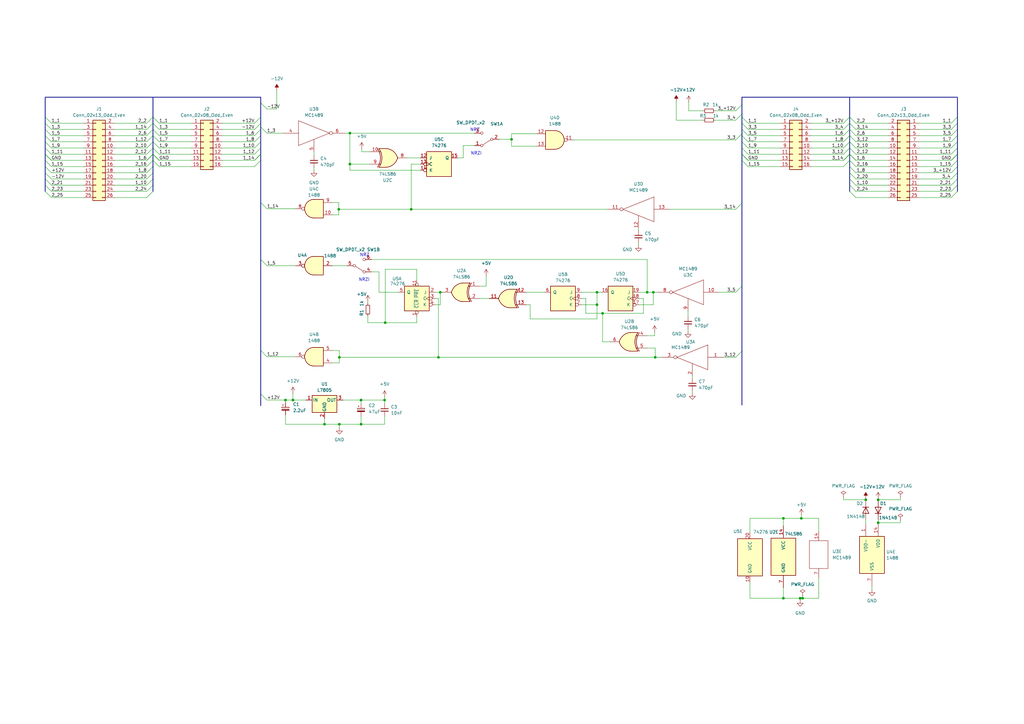
<source format=kicad_sch>
(kicad_sch
	(version 20231120)
	(generator "eeschema")
	(generator_version "8.0")
	(uuid "38f9d4dd-a691-4a6d-ab32-d870678a13e7")
	(paper "A3")
	(title_block
		(title "DataBoard 5048")
		(date "2023-10-11")
		(rev "1.01")
		(company "SweProj")
	)
	
	(junction
		(at 179.832 146.558)
		(diameter 0)
		(color 0 0 0 0)
		(uuid "05d76111-33fa-4efa-9f5c-f0444141185c")
	)
	(junction
		(at 148.082 173.99)
		(diameter 0)
		(color 0 0 0 0)
		(uuid "23884530-4578-4129-97c2-ca27d3dc0ea8")
	)
	(junction
		(at 244.856 119.888)
		(diameter 0)
		(color 0 0 0 0)
		(uuid "2978997a-fff6-43fc-95cd-76faa2b71cc6")
	)
	(junction
		(at 143.51 67.31)
		(diameter 0)
		(color 0 0 0 0)
		(uuid "2d9249b0-a5b0-4c27-98da-1473272c40c5")
	)
	(junction
		(at 117.094 164.084)
		(diameter 0)
		(color 0 0 0 0)
		(uuid "324d26e1-b966-4e4b-8448-62f4d7905ee1")
	)
	(junction
		(at 360.172 214.376)
		(diameter 0)
		(color 0 0 0 0)
		(uuid "39175905-43aa-4917-b231-aec47f9b5988")
	)
	(junction
		(at 139.192 173.99)
		(diameter 0)
		(color 0 0 0 0)
		(uuid "48dab5d8-1795-4f4f-bb2f-66b9f9366cea")
	)
	(junction
		(at 168.656 85.852)
		(diameter 0)
		(color 0 0 0 0)
		(uuid "4a938f0b-30c6-4bae-82de-daf75c42f9d5")
	)
	(junction
		(at 133.096 173.99)
		(diameter 0)
		(color 0 0 0 0)
		(uuid "55f8b612-5ab2-44fc-9a22-eb5ed05b32f8")
	)
	(junction
		(at 268.732 146.558)
		(diameter 0)
		(color 0 0 0 0)
		(uuid "57bbe5cd-e64c-499a-ba9d-a01509d08987")
	)
	(junction
		(at 328.676 212.598)
		(diameter 0)
		(color 0 0 0 0)
		(uuid "5b28bbf6-32a9-41cd-99fb-c4a31a8a68ed")
	)
	(junction
		(at 143.51 54.61)
		(diameter 0)
		(color 0 0 0 0)
		(uuid "5ca8a22b-6fd2-404e-bcab-ec5c06ed9c3b")
	)
	(junction
		(at 247.142 128.524)
		(diameter 0)
		(color 0 0 0 0)
		(uuid "6f3219fd-f649-42d0-97ab-74769c94cdc7")
	)
	(junction
		(at 265.43 119.888)
		(diameter 0)
		(color 0 0 0 0)
		(uuid "706704a4-19a1-4d17-9b54-685d08b264c4")
	)
	(junction
		(at 321.31 212.598)
		(diameter 0)
		(color 0 0 0 0)
		(uuid "70c793ac-0d79-49fa-ae32-e0fb6588d87d")
	)
	(junction
		(at 120.142 164.084)
		(diameter 0)
		(color 0 0 0 0)
		(uuid "8d2c2e37-94c7-430e-ba99-b462113e51df")
	)
	(junction
		(at 139.192 146.558)
		(diameter 0)
		(color 0 0 0 0)
		(uuid "8f4625c2-389c-4051-b9c1-32373dc30d62")
	)
	(junction
		(at 355.092 204.978)
		(diameter 0)
		(color 0 0 0 0)
		(uuid "97d04301-8694-471d-9e7c-3e3a18866bb8")
	)
	(junction
		(at 148.082 164.084)
		(diameter 0)
		(color 0 0 0 0)
		(uuid "99727968-14b0-4da1-82e2-ecffb5bce417")
	)
	(junction
		(at 321.31 245.364)
		(diameter 0)
		(color 0 0 0 0)
		(uuid "9ee7b708-2e41-4465-90fa-ccb4a40ddc76")
	)
	(junction
		(at 329.184 245.364)
		(diameter 0)
		(color 0 0 0 0)
		(uuid "a2b3efb0-d6c8-4041-8208-98255e7c7742")
	)
	(junction
		(at 157.734 164.084)
		(diameter 0)
		(color 0 0 0 0)
		(uuid "a2de0c69-9815-4ba0-b52c-c35f21f24380")
	)
	(junction
		(at 138.938 85.852)
		(diameter 0)
		(color 0 0 0 0)
		(uuid "a3ab2c9f-b9a7-48ac-9370-bbbeead8db78")
	)
	(junction
		(at 244.856 124.968)
		(diameter 0)
		(color 0 0 0 0)
		(uuid "a462b7df-2950-4e1b-9875-970e6bbffe80")
	)
	(junction
		(at 209.804 57.15)
		(diameter 0)
		(color 0 0 0 0)
		(uuid "a768df95-e422-4b2f-8393-33968d43ddbf")
	)
	(junction
		(at 180.594 119.888)
		(diameter 0)
		(color 0 0 0 0)
		(uuid "b13e2425-78b4-4961-8e03-29b6a368d768")
	)
	(junction
		(at 267.97 119.888)
		(diameter 0)
		(color 0 0 0 0)
		(uuid "c0ed5088-f695-4ac8-9496-04d7880e04cf")
	)
	(junction
		(at 157.988 132.334)
		(diameter 0)
		(color 0 0 0 0)
		(uuid "c48ce42d-46a2-4577-a00d-10817f6979af")
	)
	(junction
		(at 328.168 245.364)
		(diameter 0)
		(color 0 0 0 0)
		(uuid "c86696ce-4b5e-4bc5-b790-785f24096fa2")
	)
	(junction
		(at 360.172 204.978)
		(diameter 0)
		(color 0 0 0 0)
		(uuid "fe94871f-6779-44f7-bb67-4b2e18e8f096")
	)
	(bus_entry
		(at 348.488 68.326)
		(size 2.54 2.54)
		(stroke
			(width 0)
			(type default)
		)
		(uuid "003d1fcb-faa5-4b91-ad75-a4287131da28")
	)
	(bus_entry
		(at 392.684 58.166)
		(size -2.54 2.54)
		(stroke
			(width 0)
			(type default)
		)
		(uuid "068442e6-1599-4fe0-8aff-f8ad879b3f7d")
	)
	(bus_entry
		(at 106.934 63.246)
		(size -2.54 2.54)
		(stroke
			(width 0)
			(type default)
		)
		(uuid "0697c22b-5e49-4640-896c-0b07e4e4a3d7")
	)
	(bus_entry
		(at 301.752 85.852)
		(size 2.54 -2.54)
		(stroke
			(width 0)
			(type default)
		)
		(uuid "116d8d11-9685-4b6a-b090-45b40dbbbc26")
	)
	(bus_entry
		(at 348.488 48.006)
		(size -2.54 2.54)
		(stroke
			(width 0)
			(type default)
		)
		(uuid "134874b9-01ab-4706-b3b6-0518c45121c6")
	)
	(bus_entry
		(at 106.934 106.426)
		(size 2.54 2.54)
		(stroke
			(width 0)
			(type default)
		)
		(uuid "1546b91c-7999-4c41-91ee-d491ddd0d4bd")
	)
	(bus_entry
		(at 304.292 63.246)
		(size 2.54 2.54)
		(stroke
			(width 0)
			(type default)
		)
		(uuid "1684f0dc-28a1-4b4e-9559-3e6b6e2e24be")
	)
	(bus_entry
		(at 62.738 63.246)
		(size -2.54 2.54)
		(stroke
			(width 0)
			(type default)
		)
		(uuid "16b66556-c5b9-42c2-bd54-4d9cf0e86fd1")
	)
	(bus_entry
		(at 62.738 53.086)
		(size -2.54 2.54)
		(stroke
			(width 0)
			(type default)
		)
		(uuid "1743a77c-a8df-4751-8496-498847022c3f")
	)
	(bus_entry
		(at 348.488 58.166)
		(size 2.54 2.54)
		(stroke
			(width 0)
			(type default)
		)
		(uuid "189babf7-04c1-400c-8a39-b46a1c9992d0")
	)
	(bus_entry
		(at 106.934 53.086)
		(size -2.54 2.54)
		(stroke
			(width 0)
			(type default)
		)
		(uuid "1936def7-5ee4-4485-b8f2-303b0062a271")
	)
	(bus_entry
		(at 301.752 45.466)
		(size 2.54 -2.54)
		(stroke
			(width 0)
			(type default)
		)
		(uuid "1e28fd74-5f24-4ec4-a46e-210bca3300d6")
	)
	(bus_entry
		(at 62.738 48.006)
		(size -2.54 2.54)
		(stroke
			(width 0)
			(type default)
		)
		(uuid "22ebca52-c1aa-4e08-8e6e-8ceea6456720")
	)
	(bus_entry
		(at 348.488 53.086)
		(size 2.54 2.54)
		(stroke
			(width 0)
			(type default)
		)
		(uuid "2386b93f-25db-428c-8f79-7574ef5ffd4b")
	)
	(bus_entry
		(at 18.542 70.866)
		(size 2.54 2.54)
		(stroke
			(width 0)
			(type default)
		)
		(uuid "2639e60e-3354-4976-aa03-239e09efb66a")
	)
	(bus_entry
		(at 106.934 83.058)
		(size 2.54 2.54)
		(stroke
			(width 0)
			(type default)
		)
		(uuid "2e4f6768-4c3f-49da-ad4f-6b0239c3125e")
	)
	(bus_entry
		(at 18.542 48.006)
		(size 2.54 2.54)
		(stroke
			(width 0)
			(type default)
		)
		(uuid "2ed92f30-84f0-4e07-b3f6-c53bb1a21926")
	)
	(bus_entry
		(at 62.738 58.166)
		(size 2.54 2.54)
		(stroke
			(width 0)
			(type default)
		)
		(uuid "2f450d73-0495-4a00-8708-3938f380d7c7")
	)
	(bus_entry
		(at 62.738 55.626)
		(size 2.54 2.54)
		(stroke
			(width 0)
			(type default)
		)
		(uuid "2fa29ada-9931-49a0-8940-e1b495004ec9")
	)
	(bus_entry
		(at 106.934 161.544)
		(size 2.54 2.54)
		(stroke
			(width 0)
			(type default)
		)
		(uuid "340af061-eb65-4171-a941-a879a81bef8d")
	)
	(bus_entry
		(at 304.292 58.166)
		(size 2.54 2.54)
		(stroke
			(width 0)
			(type default)
		)
		(uuid "36b66874-7f3c-47d1-b9c4-fcf3ebf99d52")
	)
	(bus_entry
		(at 348.488 78.486)
		(size 2.54 2.54)
		(stroke
			(width 0)
			(type default)
		)
		(uuid "37fd7600-3913-47c6-b4d5-e6c426949cf9")
	)
	(bus_entry
		(at 392.684 70.866)
		(size -2.54 2.54)
		(stroke
			(width 0)
			(type default)
		)
		(uuid "3b40cda5-3713-4c90-82cf-bf0e314716f4")
	)
	(bus_entry
		(at 106.934 143.764)
		(size 2.54 2.54)
		(stroke
			(width 0)
			(type default)
		)
		(uuid "3da4357e-5bc7-4168-8eb4-f9f76e887917")
	)
	(bus_entry
		(at 348.488 63.246)
		(size 2.54 2.54)
		(stroke
			(width 0)
			(type default)
		)
		(uuid "3f99e6b9-0c94-48c8-bf12-9aaf6b94db74")
	)
	(bus_entry
		(at 62.738 63.246)
		(size 2.54 2.54)
		(stroke
			(width 0)
			(type default)
		)
		(uuid "46d1f425-d7a5-4818-8d8e-e7bcdb5dc899")
	)
	(bus_entry
		(at 106.934 65.786)
		(size -2.54 2.54)
		(stroke
			(width 0)
			(type default)
		)
		(uuid "47eba0e9-b079-43f1-9cbe-7809ca63d490")
	)
	(bus_entry
		(at 348.488 73.406)
		(size 2.54 2.54)
		(stroke
			(width 0)
			(type default)
		)
		(uuid "49bbea0d-f22d-46e1-b222-05a65ed8065d")
	)
	(bus_entry
		(at 304.292 60.706)
		(size 2.54 2.54)
		(stroke
			(width 0)
			(type default)
		)
		(uuid "4f3094e8-57ee-4bc4-ae9e-f4e4a3b6e0b5")
	)
	(bus_entry
		(at 348.488 63.246)
		(size 2.54 2.54)
		(stroke
			(width 0)
			(type default)
		)
		(uuid "502d33d5-6ac0-40f7-bf9f-3866650c5301")
	)
	(bus_entry
		(at 18.542 63.246)
		(size 2.54 2.54)
		(stroke
			(width 0)
			(type default)
		)
		(uuid "50b3ad60-a93b-4d8e-a768-fae135b6a63f")
	)
	(bus_entry
		(at 106.934 60.706)
		(size -2.54 2.54)
		(stroke
			(width 0)
			(type default)
		)
		(uuid "514798bd-d36d-48c5-8e89-2e3b5bfafbcf")
	)
	(bus_entry
		(at 62.738 70.866)
		(size -2.54 2.54)
		(stroke
			(width 0)
			(type default)
		)
		(uuid "522977e6-d3d8-4cab-94c6-50adfc56f8eb")
	)
	(bus_entry
		(at 348.488 50.546)
		(size -2.54 2.54)
		(stroke
			(width 0)
			(type default)
		)
		(uuid "556ef87a-0866-4ea1-98ad-4f991a4adcac")
	)
	(bus_entry
		(at 18.542 75.946)
		(size 2.54 2.54)
		(stroke
			(width 0)
			(type default)
		)
		(uuid "56cb05f0-6e25-41ba-9045-45c58b9ba859")
	)
	(bus_entry
		(at 348.488 53.086)
		(size -2.54 2.54)
		(stroke
			(width 0)
			(type default)
		)
		(uuid "5ecd772f-a8d8-45ef-82dd-5cde2a128c5e")
	)
	(bus_entry
		(at 392.684 53.086)
		(size -2.54 2.54)
		(stroke
			(width 0)
			(type default)
		)
		(uuid "5f19d8a5-37cd-4f76-a8cc-3e602b4ae33a")
	)
	(bus_entry
		(at 62.738 68.326)
		(size -2.54 2.54)
		(stroke
			(width 0)
			(type default)
		)
		(uuid "5fe95144-062d-4d27-8043-35ee7d9a36ed")
	)
	(bus_entry
		(at 392.684 63.246)
		(size -2.54 2.54)
		(stroke
			(width 0)
			(type default)
		)
		(uuid "60d977a2-b56c-41b6-b3c2-36585c42b3c1")
	)
	(bus_entry
		(at 348.488 48.006)
		(size 2.54 2.54)
		(stroke
			(width 0)
			(type default)
		)
		(uuid "64cc099c-e47b-439a-8e13-7b81a19cc0f4")
	)
	(bus_entry
		(at 348.488 75.946)
		(size 2.54 2.54)
		(stroke
			(width 0)
			(type default)
		)
		(uuid "654f4ce1-79bd-433f-a30c-364edbb80f34")
	)
	(bus_entry
		(at 392.684 50.546)
		(size -2.54 2.54)
		(stroke
			(width 0)
			(type default)
		)
		(uuid "6628b013-6e20-450c-a8da-b99f1e9fde8d")
	)
	(bus_entry
		(at 348.488 55.626)
		(size 2.54 2.54)
		(stroke
			(width 0)
			(type default)
		)
		(uuid "66cf3148-e774-4c95-9e9e-38f961248217")
	)
	(bus_entry
		(at 348.488 63.246)
		(size -2.54 2.54)
		(stroke
			(width 0)
			(type default)
		)
		(uuid "67c0f529-e58a-46d0-a97b-888e2e6b5350")
	)
	(bus_entry
		(at 392.684 78.486)
		(size -2.54 2.54)
		(stroke
			(width 0)
			(type default)
		)
		(uuid "6acf1652-d7e8-4a19-9b3d-f59610a1a521")
	)
	(bus_entry
		(at 348.488 65.786)
		(size 2.54 2.54)
		(stroke
			(width 0)
			(type default)
		)
		(uuid "6cd94c62-f24e-4667-b96e-78a5defd64a4")
	)
	(bus_entry
		(at 301.752 119.888)
		(size 2.54 -2.54)
		(stroke
			(width 0)
			(type default)
		)
		(uuid "6f34ee05-1497-45ed-b87e-5c9391ed4ade")
	)
	(bus_entry
		(at 301.752 49.276)
		(size 2.54 -2.54)
		(stroke
			(width 0)
			(type default)
		)
		(uuid "705086ce-28fb-4eec-923a-6329b62ce142")
	)
	(bus_entry
		(at 62.738 53.086)
		(size 2.54 2.54)
		(stroke
			(width 0)
			(type default)
		)
		(uuid "73f60eae-7ce0-4fc6-b0a9-aa59af806ae9")
	)
	(bus_entry
		(at 301.752 57.404)
		(size 2.54 -2.54)
		(stroke
			(width 0)
			(type default)
		)
		(uuid "752c659b-fd41-41a3-b784-be7340cdd76a")
	)
	(bus_entry
		(at 18.542 50.546)
		(size 2.54 2.54)
		(stroke
			(width 0)
			(type default)
		)
		(uuid "7a796354-3f0c-4bef-8d91-1a1cb40d6c36")
	)
	(bus_entry
		(at 106.934 48.006)
		(size -2.54 2.54)
		(stroke
			(width 0)
			(type default)
		)
		(uuid "7c049d96-131c-454e-bd8a-8f75dc47d788")
	)
	(bus_entry
		(at 348.488 55.626)
		(size -2.54 2.54)
		(stroke
			(width 0)
			(type default)
		)
		(uuid "7fbc58b4-8511-40c2-9104-aba7748edbf9")
	)
	(bus_entry
		(at 301.752 146.558)
		(size 2.54 -2.54)
		(stroke
			(width 0)
			(type default)
		)
		(uuid "81963e57-0aa1-45df-b4fc-012fb90bac4a")
	)
	(bus_entry
		(at 62.738 58.166)
		(size -2.54 2.54)
		(stroke
			(width 0)
			(type default)
		)
		(uuid "84eda46a-3959-42df-acd2-a45745a02762")
	)
	(bus_entry
		(at 62.738 73.406)
		(size -2.54 2.54)
		(stroke
			(width 0)
			(type default)
		)
		(uuid "855196f1-0dd3-4e1c-b126-50b86b9c259b")
	)
	(bus_entry
		(at 18.542 58.166)
		(size 2.54 2.54)
		(stroke
			(width 0)
			(type default)
		)
		(uuid "8b7c5736-b30d-4d07-8927-2a323494413c")
	)
	(bus_entry
		(at 18.542 65.786)
		(size 2.54 2.54)
		(stroke
			(width 0)
			(type default)
		)
		(uuid "8bdce988-32bc-4224-a7ca-32d2756af9d8")
	)
	(bus_entry
		(at 348.488 63.246)
		(size -2.54 2.54)
		(stroke
			(width 0)
			(type default)
		)
		(uuid "8e72cd03-5f6b-4934-9e92-4dd3f9265aae")
	)
	(bus_entry
		(at 392.684 60.706)
		(size -2.54 2.54)
		(stroke
			(width 0)
			(type default)
		)
		(uuid "8fc28670-cb2e-42e6-8950-530b1533c432")
	)
	(bus_entry
		(at 62.738 65.786)
		(size 2.54 2.54)
		(stroke
			(width 0)
			(type default)
		)
		(uuid "94bf3dcb-8550-4c3d-9a0e-f3c42cf27c63")
	)
	(bus_entry
		(at 304.292 63.246)
		(size 2.54 2.54)
		(stroke
			(width 0)
			(type default)
		)
		(uuid "953075b6-4fd1-4c15-9418-1b31e75dfcb3")
	)
	(bus_entry
		(at 62.738 60.706)
		(size 2.54 2.54)
		(stroke
			(width 0)
			(type default)
		)
		(uuid "96d52189-b27a-442f-a4ef-b7bd5c084755")
	)
	(bus_entry
		(at 348.488 70.866)
		(size 2.54 2.54)
		(stroke
			(width 0)
			(type default)
		)
		(uuid "9a5ce63c-1ae6-40ef-a678-0335a17df09c")
	)
	(bus_entry
		(at 348.488 60.706)
		(size 2.54 2.54)
		(stroke
			(width 0)
			(type default)
		)
		(uuid "9b0269f0-40f9-43f7-a42b-781845a5eab3")
	)
	(bus_entry
		(at 304.292 65.786)
		(size 2.54 2.54)
		(stroke
			(width 0)
			(type default)
		)
		(uuid "9b8c5116-aeb6-4c8f-983f-7a111ae723f3")
	)
	(bus_entry
		(at 348.488 60.706)
		(size -2.54 2.54)
		(stroke
			(width 0)
			(type default)
		)
		(uuid "9ca456cf-6e0d-465a-ab64-8d4814978299")
	)
	(bus_entry
		(at 106.934 63.246)
		(size -2.54 2.54)
		(stroke
			(width 0)
			(type default)
		)
		(uuid "9e2ab418-8243-4bc3-96f2-b871baff1e87")
	)
	(bus_entry
		(at 348.488 50.546)
		(size 2.54 2.54)
		(stroke
			(width 0)
			(type default)
		)
		(uuid "9eaf3673-fc28-4bc9-bc0f-b9810a22b62c")
	)
	(bus_entry
		(at 18.542 53.086)
		(size 2.54 2.54)
		(stroke
			(width 0)
			(type default)
		)
		(uuid "a1be8e50-db43-4694-ba00-9a1de2c7c91d")
	)
	(bus_entry
		(at 18.542 68.326)
		(size 2.54 2.54)
		(stroke
			(width 0)
			(type default)
		)
		(uuid "a793ea26-05e6-4d63-8941-6840393b0e72")
	)
	(bus_entry
		(at 62.738 63.246)
		(size -2.54 2.54)
		(stroke
			(width 0)
			(type default)
		)
		(uuid "b26d2f72-9627-4327-8af9-796c68445d00")
	)
	(bus_entry
		(at 18.542 60.706)
		(size 2.54 2.54)
		(stroke
			(width 0)
			(type default)
		)
		(uuid "b38dd378-a6a6-4011-b3e0-e4a72da16579")
	)
	(bus_entry
		(at 62.738 65.786)
		(size -2.54 2.54)
		(stroke
			(width 0)
			(type default)
		)
		(uuid "bc6d5f38-4e30-4bbc-b80f-04060875cd1d")
	)
	(bus_entry
		(at 106.934 55.626)
		(size -2.54 2.54)
		(stroke
			(width 0)
			(type default)
		)
		(uuid "bce0c2d8-6e43-435e-bb61-0cc3749da8b8")
	)
	(bus_entry
		(at 62.738 75.946)
		(size -2.54 2.54)
		(stroke
			(width 0)
			(type default)
		)
		(uuid "bd3884ae-47cd-4003-bd3b-243e33fbbe5e")
	)
	(bus_entry
		(at 62.738 60.706)
		(size -2.54 2.54)
		(stroke
			(width 0)
			(type default)
		)
		(uuid "be82a768-71ec-4b09-b39b-e29509bf0a30")
	)
	(bus_entry
		(at 18.542 63.246)
		(size 2.54 2.54)
		(stroke
			(width 0)
			(type default)
		)
		(uuid "beb2ce28-a494-4ab6-8d92-9f5569360b3b")
	)
	(bus_entry
		(at 348.488 65.786)
		(size -2.54 2.54)
		(stroke
			(width 0)
			(type default)
		)
		(uuid "c29922fc-c72d-4acb-917d-35b78b79d3da")
	)
	(bus_entry
		(at 106.934 52.07)
		(size 2.54 2.54)
		(stroke
			(width 0)
			(type default)
		)
		(uuid "c2c6d1b7-9a09-4798-9329-6fd9e0eb9f9b")
	)
	(bus_entry
		(at 18.542 55.626)
		(size 2.54 2.54)
		(stroke
			(width 0)
			(type default)
		)
		(uuid "c50e9406-8338-4c38-a5a7-909a95fe4f68")
	)
	(bus_entry
		(at 18.542 73.406)
		(size 2.54 2.54)
		(stroke
			(width 0)
			(type default)
		)
		(uuid "c72578e8-8313-462c-a847-0b9c0eb553b4")
	)
	(bus_entry
		(at 304.292 50.546)
		(size 2.54 2.54)
		(stroke
			(width 0)
			(type default)
		)
		(uuid "ca95c90e-08fb-4680-a074-7c8e7a997f1d")
	)
	(bus_entry
		(at 392.684 48.006)
		(size -2.54 2.54)
		(stroke
			(width 0)
			(type default)
		)
		(uuid "cb029519-4a00-4030-b088-1e021e6eddbc")
	)
	(bus_entry
		(at 18.542 78.486)
		(size 2.54 2.54)
		(stroke
			(width 0)
			(type default)
		)
		(uuid "ce09847d-8b20-4805-a45e-9b7ef8a44a40")
	)
	(bus_entry
		(at 62.738 55.626)
		(size -2.54 2.54)
		(stroke
			(width 0)
			(type default)
		)
		(uuid "d0dd4985-9159-4c8f-bd5d-4f81896b1585")
	)
	(bus_entry
		(at 62.738 50.546)
		(size 2.54 2.54)
		(stroke
			(width 0)
			(type default)
		)
		(uuid "d3281a8d-80a7-4a3a-8e06-922ad4300cf4")
	)
	(bus_entry
		(at 392.684 55.626)
		(size -2.54 2.54)
		(stroke
			(width 0)
			(type default)
		)
		(uuid "d61f1355-0196-4400-af1d-deda07476059")
	)
	(bus_entry
		(at 392.684 73.406)
		(size -2.54 2.54)
		(stroke
			(width 0)
			(type default)
		)
		(uuid "d807b986-56a9-49ac-9f42-833b4904ec1c")
	)
	(bus_entry
		(at 106.934 58.166)
		(size -2.54 2.54)
		(stroke
			(width 0)
			(type default)
		)
		(uuid "d9259b32-4c4d-430b-916a-80125e6f1046")
	)
	(bus_entry
		(at 62.738 78.486)
		(size -2.54 2.54)
		(stroke
			(width 0)
			(type default)
		)
		(uuid "d9a4bf46-aeeb-4320-82a2-730c3030a128")
	)
	(bus_entry
		(at 62.738 50.546)
		(size -2.54 2.54)
		(stroke
			(width 0)
			(type default)
		)
		(uuid "e3a83871-1e3b-4bcb-90a3-aab13e3d626a")
	)
	(bus_entry
		(at 106.934 50.546)
		(size -2.54 2.54)
		(stroke
			(width 0)
			(type default)
		)
		(uuid "eaecfb63-b383-46a9-8c29-971cf5741b06")
	)
	(bus_entry
		(at 62.738 48.006)
		(size 2.54 2.54)
		(stroke
			(width 0)
			(type default)
		)
		(uuid "eb3be473-2ed0-4e07-8937-98c8ac7ba835")
	)
	(bus_entry
		(at 304.292 55.626)
		(size 2.54 2.54)
		(stroke
			(width 0)
			(type default)
		)
		(uuid "ec12118a-11fb-4a03-8278-8af128108827")
	)
	(bus_entry
		(at 392.684 65.786)
		(size -2.54 2.54)
		(stroke
			(width 0)
			(type default)
		)
		(uuid "ed96362e-2f54-4487-83cb-bf5cecc9abba")
	)
	(bus_entry
		(at 106.934 42.164)
		(size 2.54 2.54)
		(stroke
			(width 0)
			(type default)
		)
		(uuid "f0ee5270-cb0b-4f9f-8b5d-930b1e290dec")
	)
	(bus_entry
		(at 348.488 58.166)
		(size -2.54 2.54)
		(stroke
			(width 0)
			(type default)
		)
		(uuid "f2761677-6aaa-403f-b3e8-b752d8c6024c")
	)
	(bus_entry
		(at 392.684 75.946)
		(size -2.54 2.54)
		(stroke
			(width 0)
			(type default)
		)
		(uuid "f53a9aff-6bbc-4b91-b648-4d449bf15f05")
	)
	(bus_entry
		(at 392.684 63.246)
		(size -2.54 2.54)
		(stroke
			(width 0)
			(type default)
		)
		(uuid "f636d4c7-749d-4d78-8d30-8065e86022c0")
	)
	(bus_entry
		(at 392.684 68.326)
		(size -2.54 2.54)
		(stroke
			(width 0)
			(type default)
		)
		(uuid "f7104bcb-1d7a-47a6-88f7-933ea6734410")
	)
	(bus_entry
		(at 304.292 48.006)
		(size 2.54 2.54)
		(stroke
			(width 0)
			(type default)
		)
		(uuid "f9f0bf41-f772-4241-b665-f980f26602e4")
	)
	(bus_entry
		(at 62.738 63.246)
		(size 2.54 2.54)
		(stroke
			(width 0)
			(type default)
		)
		(uuid "ff1e4d14-94fd-4d4b-8ff3-ee6da419f0b4")
	)
	(bus_entry
		(at 304.292 53.086)
		(size 2.54 2.54)
		(stroke
			(width 0)
			(type default)
		)
		(uuid "ff9c8699-99e4-4cb4-a07b-6f42c26add78")
	)
	(bus
		(pts
			(xy 62.738 63.246) (xy 62.738 65.786)
		)
		(stroke
			(width 0)
			(type default)
		)
		(uuid "003ae37c-30c0-4a24-a678-eec8e15ce7cf")
	)
	(bus
		(pts
			(xy 304.292 48.006) (xy 304.292 50.546)
		)
		(stroke
			(width 0)
			(type default)
		)
		(uuid "006e6794-d3bf-41e0-b09c-601c0b79608f")
	)
	(wire
		(pts
			(xy 390.144 81.026) (xy 376.936 81.026)
		)
		(stroke
			(width 0)
			(type default)
		)
		(uuid "0094147e-bb37-4eb4-a069-ca2f4286c235")
	)
	(bus
		(pts
			(xy 18.542 63.246) (xy 18.542 65.786)
		)
		(stroke
			(width 0)
			(type default)
		)
		(uuid "02aea13e-8402-435a-838b-9456121a1756")
	)
	(wire
		(pts
			(xy 357.632 240.284) (xy 357.632 241.808)
		)
		(stroke
			(width 0)
			(type default)
		)
		(uuid "02f1b093-2352-4105-844e-51e92514a363")
	)
	(wire
		(pts
			(xy 328.168 245.364) (xy 328.168 246.126)
		)
		(stroke
			(width 0)
			(type default)
		)
		(uuid "054f3916-05bb-4419-932b-c1904995598b")
	)
	(wire
		(pts
			(xy 104.394 63.246) (xy 91.186 63.246)
		)
		(stroke
			(width 0)
			(type default)
		)
		(uuid "0599c147-e709-4ddf-9de3-486493d02981")
	)
	(bus
		(pts
			(xy 348.488 60.706) (xy 348.488 63.246)
		)
		(stroke
			(width 0)
			(type default)
		)
		(uuid "05d5fdba-ec88-461f-a210-420a9efdeabe")
	)
	(wire
		(pts
			(xy 60.198 63.246) (xy 46.99 63.246)
		)
		(stroke
			(width 0)
			(type default)
		)
		(uuid "05f8bd54-eca1-4796-9f49-cdda3957c078")
	)
	(bus
		(pts
			(xy 304.292 65.786) (xy 304.292 83.312)
		)
		(stroke
			(width 0)
			(type default)
		)
		(uuid "07671cbb-7426-4b24-b542-78cf880dc483")
	)
	(bus
		(pts
			(xy 18.542 39.878) (xy 106.934 39.878)
		)
		(stroke
			(width 0)
			(type default)
		)
		(uuid "07769b16-9ebc-4f23-817e-cc55a6979c4b")
	)
	(bus
		(pts
			(xy 304.292 42.926) (xy 304.292 46.736)
		)
		(stroke
			(width 0)
			(type default)
		)
		(uuid "088bc09c-da9e-44e9-8ab2-248293cc0961")
	)
	(bus
		(pts
			(xy 304.292 39.878) (xy 304.292 42.926)
		)
		(stroke
			(width 0)
			(type default)
		)
		(uuid "0996b998-138e-455d-baed-ead1a2eb595c")
	)
	(wire
		(pts
			(xy 369.316 213.36) (xy 369.316 214.376)
		)
		(stroke
			(width 0)
			(type default)
		)
		(uuid "0b4512bd-e6db-47e9-b38b-30e33c182157")
	)
	(bus
		(pts
			(xy 348.488 40.132) (xy 348.488 48.006)
		)
		(stroke
			(width 0)
			(type default)
		)
		(uuid "0c59225d-d303-4ba1-a9f7-667f19686aff")
	)
	(wire
		(pts
			(xy 60.198 58.166) (xy 46.99 58.166)
		)
		(stroke
			(width 0)
			(type default)
		)
		(uuid "0c7a1fbb-e4cb-46d2-bc7b-263444b34af5")
	)
	(wire
		(pts
			(xy 265.43 106.426) (xy 265.43 119.888)
		)
		(stroke
			(width 0)
			(type default)
		)
		(uuid "0caa4758-8585-436d-b020-07e2712211f6")
	)
	(wire
		(pts
			(xy 109.474 108.966) (xy 121.158 108.966)
		)
		(stroke
			(width 0)
			(type default)
		)
		(uuid "0cebc53c-2c49-47a4-8cf2-113eda821c3a")
	)
	(wire
		(pts
			(xy 268.478 137.668) (xy 268.478 136.144)
		)
		(stroke
			(width 0)
			(type default)
		)
		(uuid "0d7e5e5c-1770-4a2a-93dd-f1c29dd7c727")
	)
	(wire
		(pts
			(xy 60.198 65.786) (xy 46.99 65.786)
		)
		(stroke
			(width 0)
			(type default)
		)
		(uuid "0dfec423-813a-4a74-9ce3-b9e49ac93401")
	)
	(wire
		(pts
			(xy 321.31 212.598) (xy 328.676 212.598)
		)
		(stroke
			(width 0)
			(type default)
		)
		(uuid "0f671966-d8a2-495b-b49e-9293cf972de5")
	)
	(wire
		(pts
			(xy 332.74 60.706) (xy 345.948 60.706)
		)
		(stroke
			(width 0)
			(type default)
		)
		(uuid "0f76de8e-9585-4a22-9b80-58f31afddb1a")
	)
	(wire
		(pts
			(xy 204.724 57.15) (xy 209.804 57.15)
		)
		(stroke
			(width 0)
			(type default)
		)
		(uuid "10806bb6-5111-495a-877a-12bfb146fe40")
	)
	(bus
		(pts
			(xy 392.684 68.326) (xy 392.684 70.866)
		)
		(stroke
			(width 0)
			(type default)
		)
		(uuid "10d53708-0d23-47eb-8975-727819421b01")
	)
	(wire
		(pts
			(xy 267.97 119.888) (xy 267.97 124.968)
		)
		(stroke
			(width 0)
			(type default)
		)
		(uuid "13c59b4f-959a-4c74-9c06-81e6bfedca08")
	)
	(wire
		(pts
			(xy 136.398 108.966) (xy 142.24 108.966)
		)
		(stroke
			(width 0)
			(type default)
		)
		(uuid "16ce0d2b-b102-416d-8d31-d4336ca12124")
	)
	(wire
		(pts
			(xy 209.804 59.944) (xy 209.804 57.15)
		)
		(stroke
			(width 0)
			(type default)
		)
		(uuid "17ed5276-28d7-4e90-bd73-f2743b6b9080")
	)
	(wire
		(pts
			(xy 143.51 69.85) (xy 172.466 69.85)
		)
		(stroke
			(width 0)
			(type default)
		)
		(uuid "1802fe0f-71d3-46c7-8e66-a6bef202d69c")
	)
	(wire
		(pts
			(xy 139.192 173.99) (xy 139.192 175.514)
		)
		(stroke
			(width 0)
			(type default)
		)
		(uuid "18dd07c8-2381-4492-81e0-3ebbdd8da00a")
	)
	(wire
		(pts
			(xy 390.144 78.486) (xy 376.936 78.486)
		)
		(stroke
			(width 0)
			(type default)
		)
		(uuid "18f3c889-0a3a-4419-bde2-42ad926c3a2d")
	)
	(bus
		(pts
			(xy 62.738 65.786) (xy 62.738 68.326)
		)
		(stroke
			(width 0)
			(type default)
		)
		(uuid "19029d48-a73a-4107-b763-787b65b90097")
	)
	(wire
		(pts
			(xy 21.082 81.026) (xy 34.29 81.026)
		)
		(stroke
			(width 0)
			(type default)
		)
		(uuid "190939c9-8882-4d7c-a728-d626585574f5")
	)
	(bus
		(pts
			(xy 392.684 39.878) (xy 304.292 39.878)
		)
		(stroke
			(width 0)
			(type default)
		)
		(uuid "198f9360-5fac-4c0d-a94a-753e404704a2")
	)
	(wire
		(pts
			(xy 307.594 218.44) (xy 307.594 212.598)
		)
		(stroke
			(width 0)
			(type default)
		)
		(uuid "1a56f948-cc64-4dff-996e-5befdc229099")
	)
	(bus
		(pts
			(xy 62.738 58.166) (xy 62.738 60.706)
		)
		(stroke
			(width 0)
			(type default)
		)
		(uuid "1bab8331-d1f9-45e5-9431-3c5b3c52690f")
	)
	(bus
		(pts
			(xy 62.738 50.546) (xy 62.738 53.086)
		)
		(stroke
			(width 0)
			(type default)
		)
		(uuid "1c01437b-3f78-4b44-8ae4-91e732a9ceff")
	)
	(wire
		(pts
			(xy 351.028 50.546) (xy 364.236 50.546)
		)
		(stroke
			(width 0)
			(type default)
		)
		(uuid "1c281edc-b495-4440-8cfc-b59e64e1046f")
	)
	(bus
		(pts
			(xy 106.934 58.166) (xy 106.934 60.706)
		)
		(stroke
			(width 0)
			(type default)
		)
		(uuid "1c3339b3-c155-449f-be1f-cbbf9f833da1")
	)
	(wire
		(pts
			(xy 240.284 122.428) (xy 240.284 128.524)
		)
		(stroke
			(width 0)
			(type default)
		)
		(uuid "1e54d020-695c-4d38-873f-9f0fa4dc6747")
	)
	(bus
		(pts
			(xy 348.488 75.946) (xy 348.488 78.486)
		)
		(stroke
			(width 0)
			(type default)
		)
		(uuid "1ee932aa-d79f-4e69-b7a4-85252343788a")
	)
	(bus
		(pts
			(xy 18.542 68.326) (xy 18.542 70.866)
		)
		(stroke
			(width 0)
			(type default)
		)
		(uuid "1f15b237-4255-4881-a29a-d846d1f5338d")
	)
	(bus
		(pts
			(xy 304.292 144.018) (xy 304.292 166.116)
		)
		(stroke
			(width 0)
			(type default)
		)
		(uuid "1fe466dc-196a-45f7-9689-4fba8a8faa8b")
	)
	(wire
		(pts
			(xy 306.832 58.166) (xy 320.04 58.166)
		)
		(stroke
			(width 0)
			(type default)
		)
		(uuid "2002bd7f-f59a-43db-9c82-fffb36ee25d5")
	)
	(bus
		(pts
			(xy 62.738 40.132) (xy 62.738 48.006)
		)
		(stroke
			(width 0)
			(type default)
		)
		(uuid "210cefc0-eb4a-4771-a8b7-2afb8e37b675")
	)
	(wire
		(pts
			(xy 351.028 73.406) (xy 364.236 73.406)
		)
		(stroke
			(width 0)
			(type default)
		)
		(uuid "212dae24-70bb-43c0-953d-8909868e9dfe")
	)
	(wire
		(pts
			(xy 390.144 53.086) (xy 376.936 53.086)
		)
		(stroke
			(width 0)
			(type default)
		)
		(uuid "21b315ed-d309-4258-8f5d-deaeb437b4d3")
	)
	(wire
		(pts
			(xy 351.028 75.946) (xy 364.236 75.946)
		)
		(stroke
			(width 0)
			(type default)
		)
		(uuid "21f79664-c86c-4157-9843-ccb9d0d6716c")
	)
	(wire
		(pts
			(xy 152.4 111.506) (xy 155.448 111.506)
		)
		(stroke
			(width 0)
			(type default)
		)
		(uuid "234cef1a-1376-4a18-9264-6f76f021dabb")
	)
	(bus
		(pts
			(xy 304.292 60.706) (xy 304.292 63.246)
		)
		(stroke
			(width 0)
			(type default)
		)
		(uuid "23dbe5db-0b22-452e-9afb-288dbf3688f5")
	)
	(bus
		(pts
			(xy 392.684 73.406) (xy 392.684 75.946)
		)
		(stroke
			(width 0)
			(type default)
		)
		(uuid "259ff3e3-c6f6-4cf0-99c7-d24945d24e19")
	)
	(wire
		(pts
			(xy 21.082 73.406) (xy 34.29 73.406)
		)
		(stroke
			(width 0)
			(type default)
		)
		(uuid "28b391c0-66ec-4ad3-8b2b-8a2eec7f763e")
	)
	(wire
		(pts
			(xy 351.028 63.246) (xy 364.236 63.246)
		)
		(stroke
			(width 0)
			(type default)
		)
		(uuid "29140952-af0d-4a3a-8012-38c0971b98ef")
	)
	(bus
		(pts
			(xy 348.488 58.166) (xy 348.488 60.706)
		)
		(stroke
			(width 0)
			(type default)
		)
		(uuid "29556a4c-7cfb-40a4-a227-3b3bd0c989d6")
	)
	(wire
		(pts
			(xy 120.142 164.084) (xy 125.476 164.084)
		)
		(stroke
			(width 0)
			(type default)
		)
		(uuid "29c3d4b3-12e0-4f05-a95f-f532e8bbe97d")
	)
	(wire
		(pts
			(xy 217.424 124.968) (xy 217.424 130.81)
		)
		(stroke
			(width 0)
			(type default)
		)
		(uuid "2a8f1361-0b95-4bce-ab6a-6324cdf8f519")
	)
	(wire
		(pts
			(xy 141.478 54.61) (xy 143.51 54.61)
		)
		(stroke
			(width 0)
			(type default)
		)
		(uuid "2aa03329-8da4-477c-872f-ee2ba20c63ca")
	)
	(wire
		(pts
			(xy 351.028 60.706) (xy 364.236 60.706)
		)
		(stroke
			(width 0)
			(type default)
		)
		(uuid "2ac13c58-405f-4f74-910e-07f3113be575")
	)
	(wire
		(pts
			(xy 180.594 119.888) (xy 181.356 119.888)
		)
		(stroke
			(width 0)
			(type default)
		)
		(uuid "2ae7d040-1965-4cb0-96b6-2498673a5307")
	)
	(wire
		(pts
			(xy 360.172 204.978) (xy 360.172 205.486)
		)
		(stroke
			(width 0)
			(type default)
		)
		(uuid "2bba4151-2829-466c-9bb6-4a04ae6748d3")
	)
	(wire
		(pts
			(xy 21.082 58.166) (xy 34.29 58.166)
		)
		(stroke
			(width 0)
			(type default)
		)
		(uuid "2c4399f8-ddc3-4082-a44c-1179a12378d4")
	)
	(wire
		(pts
			(xy 104.394 58.166) (xy 91.186 58.166)
		)
		(stroke
			(width 0)
			(type default)
		)
		(uuid "2c8fa3a3-62c6-42e6-9ee3-82a8e796eca3")
	)
	(wire
		(pts
			(xy 157.734 162.814) (xy 157.734 164.084)
		)
		(stroke
			(width 0)
			(type default)
		)
		(uuid "2d15e76c-208a-4669-9c16-9746f4a5d7f9")
	)
	(wire
		(pts
			(xy 355.092 204.978) (xy 345.948 204.978)
		)
		(stroke
			(width 0)
			(type default)
		)
		(uuid "2d8529cf-e511-4cfc-865b-8b0ab4ead997")
	)
	(wire
		(pts
			(xy 240.284 128.524) (xy 247.142 128.524)
		)
		(stroke
			(width 0)
			(type default)
		)
		(uuid "2da22692-766d-4b95-8648-a10ddb9d822d")
	)
	(bus
		(pts
			(xy 304.292 50.546) (xy 304.292 53.086)
		)
		(stroke
			(width 0)
			(type default)
		)
		(uuid "2e2c6005-f70e-408a-a5b1-781b9f13ff6a")
	)
	(wire
		(pts
			(xy 345.948 203.962) (xy 345.948 204.978)
		)
		(stroke
			(width 0)
			(type default)
		)
		(uuid "2f0e508a-1d4d-4e0a-816b-c98dec84df86")
	)
	(bus
		(pts
			(xy 62.738 73.406) (xy 62.738 75.946)
		)
		(stroke
			(width 0)
			(type default)
		)
		(uuid "30165f97-cb95-47f7-9e07-422eee951153")
	)
	(wire
		(pts
			(xy 247.142 140.208) (xy 250.19 140.208)
		)
		(stroke
			(width 0)
			(type default)
		)
		(uuid "304a4ae7-bd4b-49e5-be41-338427574225")
	)
	(wire
		(pts
			(xy 117.094 164.084) (xy 120.142 164.084)
		)
		(stroke
			(width 0)
			(type default)
		)
		(uuid "36bab4a0-fd2f-4080-8d77-4354dc4c52ac")
	)
	(wire
		(pts
			(xy 282.448 41.91) (xy 282.448 45.466)
		)
		(stroke
			(width 0)
			(type default)
		)
		(uuid "36c22f7b-780d-44e9-96f7-639bee48495d")
	)
	(bus
		(pts
			(xy 106.934 63.246) (xy 106.934 65.786)
		)
		(stroke
			(width 0)
			(type default)
		)
		(uuid "36c59715-a8bd-4e90-9f32-2ee4543f4de6")
	)
	(wire
		(pts
			(xy 360.172 204.978) (xy 369.316 204.978)
		)
		(stroke
			(width 0)
			(type default)
		)
		(uuid "37128c37-2c29-438b-9e54-76e282a3992a")
	)
	(wire
		(pts
			(xy 283.972 160.274) (xy 283.972 161.29)
		)
		(stroke
			(width 0)
			(type default)
		)
		(uuid "38e9b658-5144-4b57-b646-a13838eb7191")
	)
	(bus
		(pts
			(xy 62.738 60.706) (xy 62.738 63.246)
		)
		(stroke
			(width 0)
			(type default)
		)
		(uuid "3963737e-ca81-4dd9-b74b-9d75974d74bb")
	)
	(bus
		(pts
			(xy 348.488 65.786) (xy 348.488 68.326)
		)
		(stroke
			(width 0)
			(type default)
		)
		(uuid "3d28213d-2f72-438d-aadf-eea4c1f27554")
	)
	(bus
		(pts
			(xy 18.542 50.546) (xy 18.542 53.086)
		)
		(stroke
			(width 0)
			(type default)
		)
		(uuid "3d850e4e-2898-41bd-9936-fd0940d5ee71")
	)
	(bus
		(pts
			(xy 62.738 75.946) (xy 62.738 78.486)
		)
		(stroke
			(width 0)
			(type default)
		)
		(uuid "3da00d32-98ca-47b9-b6bc-a7f6c9bd28e5")
	)
	(wire
		(pts
			(xy 21.082 68.326) (xy 34.29 68.326)
		)
		(stroke
			(width 0)
			(type default)
		)
		(uuid "3e485b4a-e371-4471-88f3-e0f6f5bacfa7")
	)
	(wire
		(pts
			(xy 355.092 213.106) (xy 355.092 214.884)
		)
		(stroke
			(width 0)
			(type default)
		)
		(uuid "3ec3a76c-66e7-42f6-8966-4c0bb9cc54aa")
	)
	(wire
		(pts
			(xy 282.194 127.508) (xy 282.194 129.794)
		)
		(stroke
			(width 0)
			(type default)
		)
		(uuid "3fdd6398-22c8-4ad6-881c-39c00f02435b")
	)
	(wire
		(pts
			(xy 133.096 173.99) (xy 133.096 171.704)
		)
		(stroke
			(width 0)
			(type default)
		)
		(uuid "429865d3-9a80-422c-932a-ce1b05befcdd")
	)
	(wire
		(pts
			(xy 155.448 111.506) (xy 155.448 119.888)
		)
		(stroke
			(width 0)
			(type default)
		)
		(uuid "43e6bfec-93e0-4663-8549-1bd77198e5e4")
	)
	(wire
		(pts
			(xy 369.316 203.962) (xy 369.316 204.978)
		)
		(stroke
			(width 0)
			(type default)
		)
		(uuid "44ff7464-8621-4ab2-81a8-8eb16b496960")
	)
	(wire
		(pts
			(xy 148.082 164.084) (xy 157.734 164.084)
		)
		(stroke
			(width 0)
			(type default)
		)
		(uuid "46c55126-faa1-46fa-85ca-8080aee54dcd")
	)
	(wire
		(pts
			(xy 136.398 143.764) (xy 139.192 143.764)
		)
		(stroke
			(width 0)
			(type default)
		)
		(uuid "46f78d79-c47f-4f54-9819-355f365c019f")
	)
	(wire
		(pts
			(xy 321.31 245.364) (xy 328.168 245.364)
		)
		(stroke
			(width 0)
			(type default)
		)
		(uuid "47945a4d-5951-490b-a98c-7dc04914251f")
	)
	(wire
		(pts
			(xy 265.43 119.888) (xy 267.97 119.888)
		)
		(stroke
			(width 0)
			(type default)
		)
		(uuid "47a37ae5-654b-49ca-9328-656ade9bf756")
	)
	(wire
		(pts
			(xy 209.804 57.15) (xy 209.804 54.864)
		)
		(stroke
			(width 0)
			(type default)
		)
		(uuid "4991dd2e-b4f0-4914-90ee-ae8605b54efe")
	)
	(bus
		(pts
			(xy 62.738 70.866) (xy 62.738 73.406)
		)
		(stroke
			(width 0)
			(type default)
		)
		(uuid "49e9d04f-a667-4589-ab91-b98e0a9b61fb")
	)
	(wire
		(pts
			(xy 170.942 114.808) (xy 170.942 110.49)
		)
		(stroke
			(width 0)
			(type default)
		)
		(uuid "4a01c277-65a4-4ccd-a6fb-5f574c8b53a1")
	)
	(bus
		(pts
			(xy 392.684 53.086) (xy 392.684 55.626)
		)
		(stroke
			(width 0)
			(type default)
		)
		(uuid "4a89d88a-4080-4c29-b835-7c52d0de7cd1")
	)
	(wire
		(pts
			(xy 143.51 67.31) (xy 143.51 54.61)
		)
		(stroke
			(width 0)
			(type default)
		)
		(uuid "4af1d1e5-a777-4d18-bb10-1b8dc985f6a5")
	)
	(bus
		(pts
			(xy 18.542 70.866) (xy 18.542 73.406)
		)
		(stroke
			(width 0)
			(type default)
		)
		(uuid "4b783013-7d4d-40b6-9c6d-03731b96b5da")
	)
	(wire
		(pts
			(xy 219.964 59.944) (xy 209.804 59.944)
		)
		(stroke
			(width 0)
			(type default)
		)
		(uuid "4c586ab4-9829-4139-8ddd-a2073e9b26ea")
	)
	(wire
		(pts
			(xy 166.878 64.77) (xy 172.466 64.77)
		)
		(stroke
			(width 0)
			(type default)
		)
		(uuid "4f22376f-c260-4d0f-af46-43f3965bc385")
	)
	(wire
		(pts
			(xy 306.832 50.546) (xy 320.04 50.546)
		)
		(stroke
			(width 0)
			(type default)
		)
		(uuid "4f60eed3-bb58-47af-9f48-db9e74640a30")
	)
	(bus
		(pts
			(xy 348.488 68.326) (xy 348.488 70.866)
		)
		(stroke
			(width 0)
			(type default)
		)
		(uuid "4f8c567f-f921-42c6-b964-05b75c0e8651")
	)
	(wire
		(pts
			(xy 217.424 130.81) (xy 244.856 130.81)
		)
		(stroke
			(width 0)
			(type default)
		)
		(uuid "4f960609-a533-41ea-b534-e7bf33d2d01f")
	)
	(wire
		(pts
			(xy 104.394 68.326) (xy 91.186 68.326)
		)
		(stroke
			(width 0)
			(type default)
		)
		(uuid "4fcf3699-a1c3-4c0b-b453-98b803d3f1d3")
	)
	(wire
		(pts
			(xy 65.278 63.246) (xy 78.486 63.246)
		)
		(stroke
			(width 0)
			(type default)
		)
		(uuid "4fd9c798-7472-411d-9a11-51caafb57b15")
	)
	(wire
		(pts
			(xy 329.184 245.364) (xy 335.788 245.364)
		)
		(stroke
			(width 0)
			(type default)
		)
		(uuid "50ac7875-cdd8-40d9-873e-57e466534733")
	)
	(wire
		(pts
			(xy 139.192 146.558) (xy 179.832 146.558)
		)
		(stroke
			(width 0)
			(type default)
		)
		(uuid "51048d99-cfff-4e36-89ff-d54db136d9c6")
	)
	(wire
		(pts
			(xy 306.832 60.706) (xy 320.04 60.706)
		)
		(stroke
			(width 0)
			(type default)
		)
		(uuid "51409ef8-15e5-4532-b299-7977b114680c")
	)
	(wire
		(pts
			(xy 151.638 67.31) (xy 143.51 67.31)
		)
		(stroke
			(width 0)
			(type default)
		)
		(uuid "51ff7545-dc06-4a3a-89c8-ceb2e808bde0")
	)
	(wire
		(pts
			(xy 60.198 55.626) (xy 46.99 55.626)
		)
		(stroke
			(width 0)
			(type default)
		)
		(uuid "5398d253-30f4-4dae-baeb-049a06b92e67")
	)
	(wire
		(pts
			(xy 390.144 73.406) (xy 376.936 73.406)
		)
		(stroke
			(width 0)
			(type default)
		)
		(uuid "5516f1b5-d356-419f-8048-f1a85b129aef")
	)
	(bus
		(pts
			(xy 304.292 63.246) (xy 304.292 65.786)
		)
		(stroke
			(width 0)
			(type default)
		)
		(uuid "551b2c6d-5f0a-41b0-a9ce-13332d31db29")
	)
	(wire
		(pts
			(xy 332.74 68.326) (xy 345.948 68.326)
		)
		(stroke
			(width 0)
			(type default)
		)
		(uuid "556ffb63-522b-4184-8613-881c4b3e4aae")
	)
	(wire
		(pts
			(xy 178.562 124.968) (xy 180.594 124.968)
		)
		(stroke
			(width 0)
			(type default)
		)
		(uuid "5610d8fb-8ff6-421b-b799-89e9dabdcdbb")
	)
	(wire
		(pts
			(xy 104.394 60.706) (xy 91.186 60.706)
		)
		(stroke
			(width 0)
			(type default)
		)
		(uuid "59febcf7-2684-436e-b686-1ff60ebc3937")
	)
	(bus
		(pts
			(xy 348.488 48.006) (xy 348.488 50.546)
		)
		(stroke
			(width 0)
			(type default)
		)
		(uuid "5a0aebc8-fd67-4487-91b2-c3e0f4594e22")
	)
	(wire
		(pts
			(xy 21.082 63.246) (xy 34.29 63.246)
		)
		(stroke
			(width 0)
			(type default)
		)
		(uuid "5b868a2f-2ef8-4764-892a-c430928bc910")
	)
	(bus
		(pts
			(xy 106.934 65.786) (xy 106.934 83.058)
		)
		(stroke
			(width 0)
			(type default)
		)
		(uuid "5bcfbfbb-ccd3-4f29-b98b-5cb9dd73a986")
	)
	(wire
		(pts
			(xy 306.832 65.786) (xy 320.04 65.786)
		)
		(stroke
			(width 0)
			(type default)
		)
		(uuid "5ca0fee1-899a-4318-9cdf-d1548881ab82")
	)
	(wire
		(pts
			(xy 60.198 53.086) (xy 46.99 53.086)
		)
		(stroke
			(width 0)
			(type default)
		)
		(uuid "606fb61d-6eeb-43f9-a187-a260631c71ca")
	)
	(bus
		(pts
			(xy 106.934 39.878) (xy 106.934 42.164)
		)
		(stroke
			(width 0)
			(type default)
		)
		(uuid "62138d2b-f0cd-42e5-a6e9-4c526bc7e0c1")
	)
	(wire
		(pts
			(xy 21.082 75.946) (xy 34.29 75.946)
		)
		(stroke
			(width 0)
			(type default)
		)
		(uuid "628d6211-099c-419f-992e-7468c3f29ad3")
	)
	(wire
		(pts
			(xy 157.734 164.084) (xy 157.734 165.608)
		)
		(stroke
			(width 0)
			(type default)
		)
		(uuid "633c9142-4169-491b-a301-a0afeca79ed6")
	)
	(bus
		(pts
			(xy 348.488 53.086) (xy 348.488 55.626)
		)
		(stroke
			(width 0)
			(type default)
		)
		(uuid "633e3dde-a3b0-466f-8e59-82b2415d2c35")
	)
	(wire
		(pts
			(xy 65.278 68.326) (xy 78.486 68.326)
		)
		(stroke
			(width 0)
			(type default)
		)
		(uuid "637fabbe-cac9-4fae-a410-9c6c7a6b43e5")
	)
	(wire
		(pts
			(xy 179.832 122.428) (xy 179.832 146.558)
		)
		(stroke
			(width 0)
			(type default)
		)
		(uuid "65cd734a-1c9c-43a9-8abd-57768327bdff")
	)
	(wire
		(pts
			(xy 138.938 88.138) (xy 136.398 88.138)
		)
		(stroke
			(width 0)
			(type default)
		)
		(uuid "65d0fab6-0ce2-441d-b3ea-cd7543c89445")
	)
	(wire
		(pts
			(xy 328.676 212.598) (xy 335.788 212.598)
		)
		(stroke
			(width 0)
			(type default)
		)
		(uuid "67f080c8-1554-4a4f-b7fd-8e98017deafb")
	)
	(wire
		(pts
			(xy 262.128 122.428) (xy 263.906 122.428)
		)
		(stroke
			(width 0)
			(type default)
		)
		(uuid "696ed921-aef1-4281-83ff-15fdb15c6d6d")
	)
	(wire
		(pts
			(xy 148.336 62.23) (xy 151.638 62.23)
		)
		(stroke
			(width 0)
			(type default)
		)
		(uuid "6a3c354c-a4d6-44cc-ae2d-6fdea2553d08")
	)
	(wire
		(pts
			(xy 128.778 62.23) (xy 128.778 63.754)
		)
		(stroke
			(width 0)
			(type default)
		)
		(uuid "6baf1201-ac5a-4266-b600-9b2eb537d9f2")
	)
	(wire
		(pts
			(xy 65.278 60.706) (xy 78.486 60.706)
		)
		(stroke
			(width 0)
			(type default)
		)
		(uuid "6bf4e397-9dc1-4bad-9f43-42c1eb661a37")
	)
	(wire
		(pts
			(xy 187.706 64.77) (xy 189.992 64.77)
		)
		(stroke
			(width 0)
			(type default)
		)
		(uuid "6c0ef1ec-e3e8-4af5-bc6c-eae87a735f45")
	)
	(bus
		(pts
			(xy 18.542 60.706) (xy 18.542 63.246)
		)
		(stroke
			(width 0)
			(type default)
		)
		(uuid "6cc4c1cf-9e21-48e6-88dd-5ead38775fb6")
	)
	(wire
		(pts
			(xy 21.082 53.086) (xy 34.29 53.086)
		)
		(stroke
			(width 0)
			(type default)
		)
		(uuid "6dc5ffa2-5ab6-47bd-8657-da57ac166f8d")
	)
	(wire
		(pts
			(xy 21.082 65.786) (xy 34.29 65.786)
		)
		(stroke
			(width 0)
			(type default)
		)
		(uuid "6e9db21c-08ab-44a6-9c24-7cbf53bfffa5")
	)
	(wire
		(pts
			(xy 335.788 212.598) (xy 335.788 217.932)
		)
		(stroke
			(width 0)
			(type default)
		)
		(uuid "6f23334a-f291-4a8f-a7e1-f536d54a311e")
	)
	(wire
		(pts
			(xy 117.094 165.1) (xy 117.094 164.084)
		)
		(stroke
			(width 0)
			(type default)
		)
		(uuid "6f537980-79a7-4219-b535-e9c682723201")
	)
	(bus
		(pts
			(xy 304.292 54.864) (xy 304.292 55.626)
		)
		(stroke
			(width 0)
			(type default)
		)
		(uuid "6f7771e9-14ab-4a4b-ad7e-3865eaf67d9e")
	)
	(bus
		(pts
			(xy 62.738 55.626) (xy 62.738 58.166)
		)
		(stroke
			(width 0)
			(type default)
		)
		(uuid "6fc3f1f4-0d42-4bc1-8281-9395fb11d7c4")
	)
	(bus
		(pts
			(xy 18.542 53.086) (xy 18.542 55.626)
		)
		(stroke
			(width 0)
			(type default)
		)
		(uuid "7073e574-e078-4cea-a161-03e714ebdf83")
	)
	(wire
		(pts
			(xy 117.094 170.18) (xy 117.094 173.99)
		)
		(stroke
			(width 0)
			(type default)
		)
		(uuid "70eb5bf9-badc-4547-8a5d-97131c69cf73")
	)
	(wire
		(pts
			(xy 351.028 65.786) (xy 364.236 65.786)
		)
		(stroke
			(width 0)
			(type default)
		)
		(uuid "729bb4ad-e593-46b1-95b9-59f8a8e8606f")
	)
	(bus
		(pts
			(xy 106.934 161.544) (xy 106.934 166.37)
		)
		(stroke
			(width 0)
			(type default)
		)
		(uuid "72d4c942-a294-4d3f-b565-dba2db2bde4a")
	)
	(bus
		(pts
			(xy 304.292 117.348) (xy 304.292 144.018)
		)
		(stroke
			(width 0)
			(type default)
		)
		(uuid "735106e8-0de9-4bda-abf9-12497c250a77")
	)
	(wire
		(pts
			(xy 168.656 67.31) (xy 172.466 67.31)
		)
		(stroke
			(width 0)
			(type default)
		)
		(uuid "73dfa026-114a-4e70-8d37-d58bc7399e13")
	)
	(wire
		(pts
			(xy 306.832 55.626) (xy 320.04 55.626)
		)
		(stroke
			(width 0)
			(type default)
		)
		(uuid "74be44b8-04c2-444b-b580-349a88567ec5")
	)
	(bus
		(pts
			(xy 348.488 63.246) (xy 348.488 65.786)
		)
		(stroke
			(width 0)
			(type default)
		)
		(uuid "77e6e8b1-392b-4faa-a507-6cf0521599dd")
	)
	(wire
		(pts
			(xy 306.832 63.246) (xy 320.04 63.246)
		)
		(stroke
			(width 0)
			(type default)
		)
		(uuid "78067483-dad0-4112-babd-a944696819dc")
	)
	(bus
		(pts
			(xy 62.738 53.086) (xy 62.738 55.626)
		)
		(stroke
			(width 0)
			(type default)
		)
		(uuid "7811eb2b-bf60-4fb5-a026-aec6b40dddd3")
	)
	(wire
		(pts
			(xy 109.474 85.598) (xy 121.158 85.598)
		)
		(stroke
			(width 0)
			(type default)
		)
		(uuid "7822e20f-1d57-471d-841d-9500138a3bb2")
	)
	(wire
		(pts
			(xy 133.096 173.99) (xy 139.192 173.99)
		)
		(stroke
			(width 0)
			(type default)
		)
		(uuid "78468ebb-9753-41de-a20c-3976a4ce7587")
	)
	(bus
		(pts
			(xy 106.934 48.006) (xy 106.934 50.546)
		)
		(stroke
			(width 0)
			(type default)
		)
		(uuid "7848b4c4-930c-46dc-9dae-ed3427454822")
	)
	(wire
		(pts
			(xy 139.192 148.844) (xy 136.398 148.844)
		)
		(stroke
			(width 0)
			(type default)
		)
		(uuid "7992f744-9b52-4c77-bd3f-fc36de9541fc")
	)
	(bus
		(pts
			(xy 106.934 42.164) (xy 106.934 48.006)
		)
		(stroke
			(width 0)
			(type default)
		)
		(uuid "7a1c65ee-df46-4285-b443-5cbfefa06c81")
	)
	(wire
		(pts
			(xy 332.74 53.086) (xy 345.948 53.086)
		)
		(stroke
			(width 0)
			(type default)
		)
		(uuid "7c2eea4f-ad58-4fd2-93b6-3cc2d7cce2f1")
	)
	(wire
		(pts
			(xy 196.596 122.428) (xy 200.66 122.428)
		)
		(stroke
			(width 0)
			(type default)
		)
		(uuid "7d9bfa2b-520e-4fa0-8eee-54ff24ffdd62")
	)
	(wire
		(pts
			(xy 307.594 245.364) (xy 321.31 245.364)
		)
		(stroke
			(width 0)
			(type default)
		)
		(uuid "7fb87938-4a08-410e-8050-dddc151efa8c")
	)
	(wire
		(pts
			(xy 155.448 119.888) (xy 163.322 119.888)
		)
		(stroke
			(width 0)
			(type default)
		)
		(uuid "8070bc99-9786-4313-a557-d4deaa46b9a1")
	)
	(wire
		(pts
			(xy 283.972 154.178) (xy 283.972 155.194)
		)
		(stroke
			(width 0)
			(type default)
		)
		(uuid "80b5d6de-3d3c-4995-9df3-44a00cfdc943")
	)
	(wire
		(pts
			(xy 21.082 60.706) (xy 34.29 60.706)
		)
		(stroke
			(width 0)
			(type default)
		)
		(uuid "80db1d3f-85c2-40c8-b66b-6174390d47b1")
	)
	(wire
		(pts
			(xy 157.988 110.49) (xy 157.988 132.334)
		)
		(stroke
			(width 0)
			(type default)
		)
		(uuid "82536426-cecd-4cc5-bfd2-c165f678c4cb")
	)
	(wire
		(pts
			(xy 235.204 57.404) (xy 301.752 57.404)
		)
		(stroke
			(width 0)
			(type default)
		)
		(uuid "83ab52d4-d8d3-484f-92e8-59e86fc8e348")
	)
	(bus
		(pts
			(xy 392.684 70.866) (xy 392.684 73.406)
		)
		(stroke
			(width 0)
			(type default)
		)
		(uuid "847b1f7b-21c3-41b1-956f-e61b2624ef9e")
	)
	(wire
		(pts
			(xy 282.194 134.874) (xy 282.194 135.89)
		)
		(stroke
			(width 0)
			(type default)
		)
		(uuid "85943796-ed15-4243-b019-387d3581f340")
	)
	(wire
		(pts
			(xy 351.028 81.026) (xy 364.236 81.026)
		)
		(stroke
			(width 0)
			(type default)
		)
		(uuid "879cfdaf-1ce7-473e-9688-431b7a781eb6")
	)
	(wire
		(pts
			(xy 60.198 50.546) (xy 46.99 50.546)
		)
		(stroke
			(width 0)
			(type default)
		)
		(uuid "87ebd579-2029-4182-bab2-798cf3cfdad4")
	)
	(wire
		(pts
			(xy 143.51 67.31) (xy 143.51 69.85)
		)
		(stroke
			(width 0)
			(type default)
		)
		(uuid "88958f72-803f-4442-bd5e-3803536f3205")
	)
	(wire
		(pts
			(xy 60.198 78.486) (xy 46.99 78.486)
		)
		(stroke
			(width 0)
			(type default)
		)
		(uuid "896d6b5b-2475-4166-ab0b-6d0a656e6ac8")
	)
	(wire
		(pts
			(xy 360.172 213.106) (xy 360.172 214.376)
		)
		(stroke
			(width 0)
			(type default)
		)
		(uuid "89c99d31-8e73-4afc-88ab-471df344ba6f")
	)
	(wire
		(pts
			(xy 267.97 119.888) (xy 269.494 119.888)
		)
		(stroke
			(width 0)
			(type default)
		)
		(uuid "8a48889d-0fed-4eb0-8236-255066a1e85c")
	)
	(bus
		(pts
			(xy 62.738 68.326) (xy 62.738 70.866)
		)
		(stroke
			(width 0)
			(type default)
		)
		(uuid "8b677a09-3ec6-4d2e-af29-ade2c43fa161")
	)
	(wire
		(pts
			(xy 351.028 58.166) (xy 364.236 58.166)
		)
		(stroke
			(width 0)
			(type default)
		)
		(uuid "8ba63aab-3da1-4434-a15b-d5de6667d5da")
	)
	(wire
		(pts
			(xy 60.198 70.866) (xy 46.99 70.866)
		)
		(stroke
			(width 0)
			(type default)
		)
		(uuid "8c55d7c6-f93a-4ea5-b588-bd2da02b126c")
	)
	(bus
		(pts
			(xy 106.934 143.764) (xy 106.934 157.988)
		)
		(stroke
			(width 0)
			(type default)
		)
		(uuid "8d90a06d-6abf-4c6e-8a5c-ea6dd6657f78")
	)
	(bus
		(pts
			(xy 106.934 158.242) (xy 106.934 161.544)
		)
		(stroke
			(width 0)
			(type default)
		)
		(uuid "8dd0ddf5-6c54-48cc-ae79-7706fac56543")
	)
	(wire
		(pts
			(xy 168.656 85.852) (xy 249.174 85.852)
		)
		(stroke
			(width 0)
			(type default)
		)
		(uuid "8f8e4574-24c9-46ae-a3cf-eb06430f0de6")
	)
	(bus
		(pts
			(xy 392.684 55.626) (xy 392.684 58.166)
		)
		(stroke
			(width 0)
			(type default)
		)
		(uuid "8fb096e2-a2b4-4af9-9d04-d07b9093a2f7")
	)
	(bus
		(pts
			(xy 348.488 50.546) (xy 348.488 53.086)
		)
		(stroke
			(width 0)
			(type default)
		)
		(uuid "910dce12-19fb-4dae-a202-fe785458966e")
	)
	(wire
		(pts
			(xy 306.832 68.326) (xy 320.04 68.326)
		)
		(stroke
			(width 0)
			(type default)
		)
		(uuid "9246a955-79e3-4a0c-9492-afe10085c148")
	)
	(wire
		(pts
			(xy 21.082 50.546) (xy 34.29 50.546)
		)
		(stroke
			(width 0)
			(type default)
		)
		(uuid "92d5d37d-10c6-4232-a89c-365374460c11")
	)
	(bus
		(pts
			(xy 392.684 50.546) (xy 392.684 53.086)
		)
		(stroke
			(width 0)
			(type default)
		)
		(uuid "9310a7a0-e387-4a39-b153-56beb51488b4")
	)
	(wire
		(pts
			(xy 21.082 70.866) (xy 34.29 70.866)
		)
		(stroke
			(width 0)
			(type default)
		)
		(uuid "9324c085-7f86-40ae-ae5e-d64c4f548d93")
	)
	(bus
		(pts
			(xy 304.292 83.312) (xy 304.292 117.348)
		)
		(stroke
			(width 0)
			(type default)
		)
		(uuid "9339a8bc-c909-4ab0-97de-2df1a8028255")
	)
	(wire
		(pts
			(xy 296.672 146.558) (xy 301.752 146.558)
		)
		(stroke
			(width 0)
			(type default)
		)
		(uuid "9394fd44-32ba-4b39-883b-4c98f314d0e9")
	)
	(wire
		(pts
			(xy 21.082 78.486) (xy 34.29 78.486)
		)
		(stroke
			(width 0)
			(type default)
		)
		(uuid "942acc83-2c96-4f16-92af-3b51896e1602")
	)
	(wire
		(pts
			(xy 138.938 85.852) (xy 138.938 88.138)
		)
		(stroke
			(width 0)
			(type default)
		)
		(uuid "979fe00a-3f90-4e43-bbde-f6903f1b7791")
	)
	(wire
		(pts
			(xy 360.172 214.376) (xy 360.172 214.884)
		)
		(stroke
			(width 0)
			(type default)
		)
		(uuid "984f3e10-31d3-49a0-8e44-6e518736beb7")
	)
	(bus
		(pts
			(xy 18.542 48.006) (xy 18.542 50.546)
		)
		(stroke
			(width 0)
			(type default)
		)
		(uuid "9af71245-6b9f-484e-b301-3dc1be47ef23")
	)
	(bus
		(pts
			(xy 392.684 40.132) (xy 392.684 48.006)
		)
		(stroke
			(width 0)
			(type default)
		)
		(uuid "9b8025f5-048a-4f31-b392-0fc4335a505b")
	)
	(wire
		(pts
			(xy 120.142 161.29) (xy 120.142 164.084)
		)
		(stroke
			(width 0)
			(type default)
		)
		(uuid "9bb07336-8d58-4f5c-ac8e-354fc0dfdd65")
	)
	(bus
		(pts
			(xy 18.542 55.626) (xy 18.542 58.166)
		)
		(stroke
			(width 0)
			(type default)
		)
		(uuid "9c6d423f-d040-44da-a835-f78899e5ed05")
	)
	(wire
		(pts
			(xy 189.992 64.77) (xy 189.992 59.69)
		)
		(stroke
			(width 0)
			(type default)
		)
		(uuid "9ca66923-5019-44b1-874f-9267c2689fe7")
	)
	(bus
		(pts
			(xy 106.934 55.626) (xy 106.934 58.166)
		)
		(stroke
			(width 0)
			(type default)
		)
		(uuid "9d23f387-b670-4380-8b91-e178e542f21c")
	)
	(bus
		(pts
			(xy 106.934 83.058) (xy 106.934 106.426)
		)
		(stroke
			(width 0)
			(type default)
		)
		(uuid "9d80107c-2c41-4fba-965b-468e6357c816")
	)
	(wire
		(pts
			(xy 179.832 122.428) (xy 178.562 122.428)
		)
		(stroke
			(width 0)
			(type default)
		)
		(uuid "9e3bc2d7-4b71-4f57-a53b-08c6072c3cb8")
	)
	(wire
		(pts
			(xy 332.74 65.786) (xy 345.948 65.786)
		)
		(stroke
			(width 0)
			(type default)
		)
		(uuid "9e877ade-4100-4d95-b90b-7ef52f50bd1d")
	)
	(wire
		(pts
			(xy 150.876 123.698) (xy 150.876 124.46)
		)
		(stroke
			(width 0)
			(type default)
		)
		(uuid "9eac7dcb-0631-4590-8c19-0c87935c91fb")
	)
	(wire
		(pts
			(xy 179.832 146.558) (xy 268.732 146.558)
		)
		(stroke
			(width 0)
			(type default)
		)
		(uuid "9ebe472b-e523-42aa-a2a5-e9ed2b3d4168")
	)
	(wire
		(pts
			(xy 170.942 132.334) (xy 170.942 130.048)
		)
		(stroke
			(width 0)
			(type default)
		)
		(uuid "9ff0786e-5cbe-4c1f-b97b-3005d14aa75e")
	)
	(wire
		(pts
			(xy 293.37 45.466) (xy 301.752 45.466)
		)
		(stroke
			(width 0)
			(type default)
		)
		(uuid "a04ef2de-eee3-4a1f-933d-941df87efdc7")
	)
	(bus
		(pts
			(xy 348.488 55.626) (xy 348.488 58.166)
		)
		(stroke
			(width 0)
			(type default)
		)
		(uuid "a283a67b-4611-4a95-ac16-6a66d6d6172d")
	)
	(wire
		(pts
			(xy 138.938 85.852) (xy 168.656 85.852)
		)
		(stroke
			(width 0)
			(type default)
		)
		(uuid "a2bcfc02-5aa9-4787-b4e8-520a4c277a0b")
	)
	(wire
		(pts
			(xy 351.028 55.626) (xy 364.236 55.626)
		)
		(stroke
			(width 0)
			(type default)
		)
		(uuid "a343cbcd-f06d-4e75-aa67-488b66abada3")
	)
	(wire
		(pts
			(xy 390.144 50.546) (xy 376.936 50.546)
		)
		(stroke
			(width 0)
			(type default)
		)
		(uuid "a3cc3746-b6aa-476e-9e0c-5d98afa6cb62")
	)
	(wire
		(pts
			(xy 277.368 49.276) (xy 277.368 41.656)
		)
		(stroke
			(width 0)
			(type default)
		)
		(uuid "a5696d26-bfc1-4951-b8c5-41b73ab8d80e")
	)
	(wire
		(pts
			(xy 328.676 211.328) (xy 328.676 212.598)
		)
		(stroke
			(width 0)
			(type default)
		)
		(uuid "a5f3d96a-c5fb-46a2-90e2-97bcc9cc77ff")
	)
	(wire
		(pts
			(xy 157.988 132.334) (xy 170.942 132.334)
		)
		(stroke
			(width 0)
			(type default)
		)
		(uuid "a6d17489-6239-4442-97e4-caccaab7076a")
	)
	(wire
		(pts
			(xy 104.394 53.086) (xy 91.186 53.086)
		)
		(stroke
			(width 0)
			(type default)
		)
		(uuid "a829aba7-f45e-4708-a5ff-f3fab0d505ff")
	)
	(bus
		(pts
			(xy 392.684 65.786) (xy 392.684 68.326)
		)
		(stroke
			(width 0)
			(type default)
		)
		(uuid "a96626e0-c2fc-45d0-bd0d-c91323450825")
	)
	(wire
		(pts
			(xy 209.804 54.864) (xy 219.964 54.864)
		)
		(stroke
			(width 0)
			(type default)
		)
		(uuid "ab3286ee-7fcc-4d4c-a90a-c0becfcc8781")
	)
	(bus
		(pts
			(xy 18.542 40.132) (xy 18.542 48.006)
		)
		(stroke
			(width 0)
			(type default)
		)
		(uuid "abb94c3b-1247-4088-821f-0f335238c357")
	)
	(wire
		(pts
			(xy 390.144 60.706) (xy 376.936 60.706)
		)
		(stroke
			(width 0)
			(type default)
		)
		(uuid "ac7418b5-8e91-4ea0-b92b-98c32dddf68d")
	)
	(bus
		(pts
			(xy 392.684 48.006) (xy 392.684 50.546)
		)
		(stroke
			(width 0)
			(type default)
		)
		(uuid "acc0d90b-855b-4545-85b0-c444afb1f5dc")
	)
	(wire
		(pts
			(xy 178.562 119.888) (xy 180.594 119.888)
		)
		(stroke
			(width 0)
			(type default)
		)
		(uuid "ae7259c5-3a64-4df4-8592-87a349941eeb")
	)
	(wire
		(pts
			(xy 288.29 49.276) (xy 277.368 49.276)
		)
		(stroke
			(width 0)
			(type default)
		)
		(uuid "ae780701-2825-4e65-8936-3174e7317e3d")
	)
	(wire
		(pts
			(xy 60.198 75.946) (xy 46.99 75.946)
		)
		(stroke
			(width 0)
			(type default)
		)
		(uuid "ae8041dd-945d-41d8-b1d4-39a197b46664")
	)
	(wire
		(pts
			(xy 148.336 60.96) (xy 148.336 62.23)
		)
		(stroke
			(width 0)
			(type default)
		)
		(uuid "aedc2290-18b2-4d40-868d-8d54a11ad294")
	)
	(wire
		(pts
			(xy 65.278 50.546) (xy 78.486 50.546)
		)
		(stroke
			(width 0)
			(type default)
		)
		(uuid "aeec7d15-fba5-4d8e-b59b-4f63f38fe260")
	)
	(wire
		(pts
			(xy 261.874 99.568) (xy 261.874 100.584)
		)
		(stroke
			(width 0)
			(type default)
		)
		(uuid "afc95adb-b63a-4228-8987-fd2a6fbaa695")
	)
	(wire
		(pts
			(xy 306.832 53.086) (xy 320.04 53.086)
		)
		(stroke
			(width 0)
			(type default)
		)
		(uuid "afd92fe1-7edc-4ca7-bf9d-11c4d6119db0")
	)
	(wire
		(pts
			(xy 321.31 215.646) (xy 321.31 212.598)
		)
		(stroke
			(width 0)
			(type default)
		)
		(uuid "b0f16e0a-c613-4c2b-89db-b768d98013d6")
	)
	(bus
		(pts
			(xy 106.934 50.546) (xy 106.934 52.07)
		)
		(stroke
			(width 0)
			(type default)
		)
		(uuid "b107083e-a166-4801-aa83-5fcb39655097")
	)
	(wire
		(pts
			(xy 150.876 129.54) (xy 150.876 132.334)
		)
		(stroke
			(width 0)
			(type default)
		)
		(uuid "b10970ca-a20e-452f-8b81-c01f2a92ce07")
	)
	(wire
		(pts
			(xy 148.082 173.99) (xy 148.082 170.688)
		)
		(stroke
			(width 0)
			(type default)
		)
		(uuid "b31d83d4-2899-4133-8bbe-3d3725c9244a")
	)
	(wire
		(pts
			(xy 60.198 60.706) (xy 46.99 60.706)
		)
		(stroke
			(width 0)
			(type default)
		)
		(uuid "b33498a4-8017-44ea-9950-ffd16cee0ec9")
	)
	(wire
		(pts
			(xy 143.51 54.61) (xy 194.564 54.61)
		)
		(stroke
			(width 0)
			(type default)
		)
		(uuid "b3351a50-9f9b-4df7-a91a-a1d49efd1f61")
	)
	(wire
		(pts
			(xy 267.97 124.968) (
... [128469 chars truncated]
</source>
